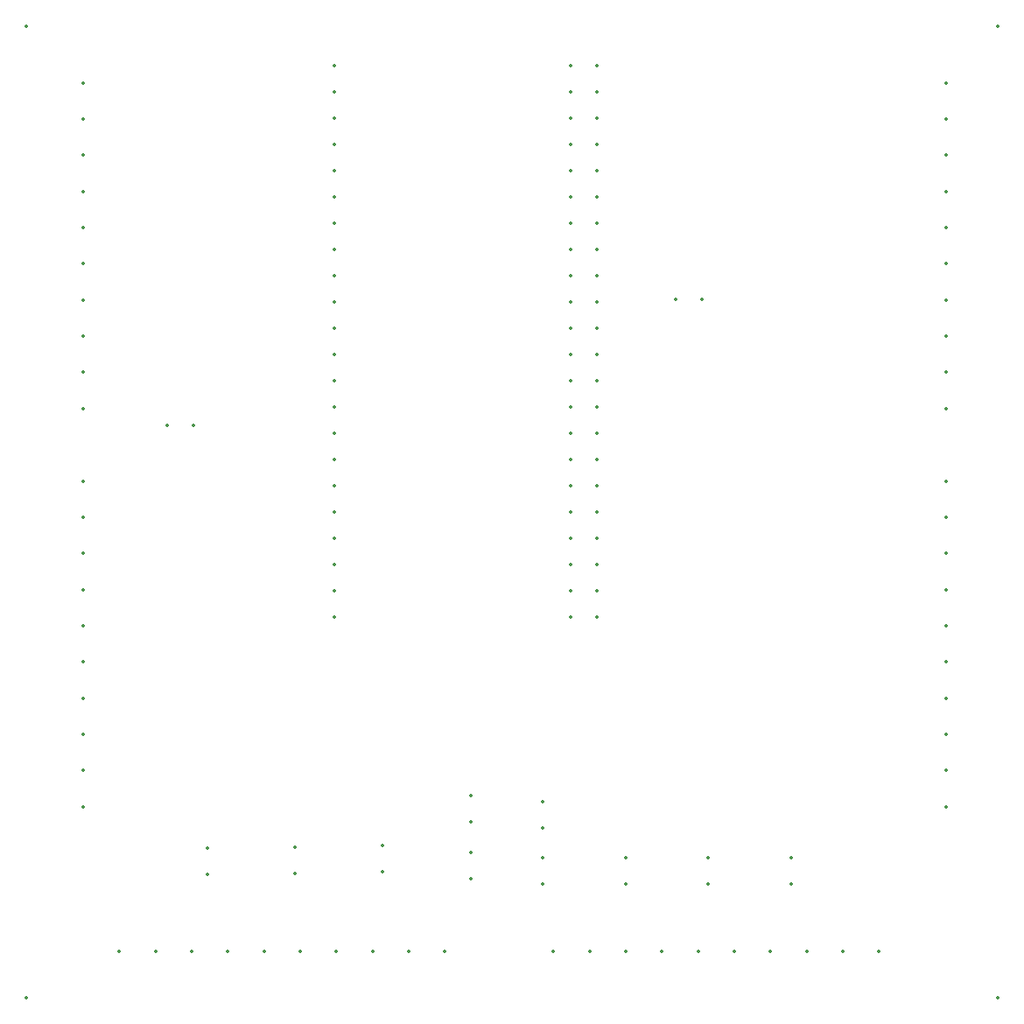
<source format=gbr>
%TF.GenerationSoftware,KiCad,Pcbnew,9.0.3*%
%TF.CreationDate,2025-08-04T15:00:31+02:00*%
%TF.ProjectId,esp-motioncontroller,6573702d-6d6f-4746-996f-6e636f6e7472,1.0.0*%
%TF.SameCoordinates,Original*%
%TF.FileFunction,Paste,Bot*%
%TF.FilePolarity,Positive*%
%FSLAX46Y46*%
G04 Gerber Fmt 4.6, Leading zero omitted, Abs format (unit mm)*
G04 Created by KiCad (PCBNEW 9.0.3) date 2025-08-04 15:00:31*
%MOMM*%
%LPD*%
G01*
G04 APERTURE LIST*
%ADD10C,0.350000*%
G04 APERTURE END LIST*
D10*
X148000000Y-141000000D03*
X112000000Y-127460000D03*
X112000000Y-130000000D03*
X59500000Y-91000000D03*
X59500000Y-94500000D03*
X59500000Y-98000000D03*
X59500000Y-101500000D03*
X59500000Y-105000000D03*
X59500000Y-108500000D03*
X59500000Y-112000000D03*
X59500000Y-115500000D03*
X59500000Y-119000000D03*
X59500000Y-122500000D03*
X119340000Y-73400000D03*
X116800000Y-73400000D03*
X97000000Y-126950000D03*
X97000000Y-129490000D03*
X83820000Y-50800000D03*
X83820000Y-53340000D03*
X83820000Y-55880000D03*
X83820000Y-58420000D03*
X83820000Y-60960000D03*
X83820000Y-63500000D03*
X83820000Y-66040000D03*
X83820000Y-68580000D03*
X83820000Y-71120000D03*
X83820000Y-73660000D03*
X83820000Y-76200000D03*
X83820000Y-78740000D03*
X83820000Y-81280000D03*
X83820000Y-83820000D03*
X83820000Y-86360000D03*
X83820000Y-88900000D03*
X83820000Y-91440000D03*
X83820000Y-93980000D03*
X83820000Y-96520000D03*
X83816320Y-99057280D03*
X83816320Y-101597280D03*
X83816320Y-104137280D03*
X106680000Y-104140000D03*
X109220000Y-104140000D03*
X106680000Y-101600000D03*
X109220000Y-101600000D03*
X106680000Y-99060000D03*
X109220000Y-99060000D03*
X106680000Y-96520000D03*
X109220000Y-96520000D03*
X106680000Y-93980000D03*
X109220000Y-93980000D03*
X106680000Y-91440000D03*
X109220000Y-91440000D03*
X106680000Y-88900000D03*
X109220000Y-88900000D03*
X106680000Y-86360000D03*
X109220000Y-86360000D03*
X106680000Y-83820000D03*
X109220000Y-83820000D03*
X106680000Y-81280000D03*
X109220000Y-81280000D03*
X106680000Y-78740000D03*
X109220000Y-78740000D03*
X106680000Y-76200000D03*
X109220000Y-76200000D03*
X106680000Y-73660000D03*
X109220000Y-73660000D03*
X106680000Y-71120000D03*
X109220000Y-71120000D03*
X106680000Y-68580000D03*
X109220000Y-68580000D03*
X106680000Y-66040000D03*
X109220000Y-66040000D03*
X106680000Y-63500000D03*
X109220000Y-63500000D03*
X106680000Y-60960000D03*
X109220000Y-60960000D03*
X106680000Y-58420000D03*
X109220000Y-58420000D03*
X106680000Y-55880000D03*
X109220000Y-55880000D03*
X106680000Y-53340000D03*
X109220000Y-53340000D03*
X106680000Y-50800000D03*
X109220000Y-50800000D03*
X59500000Y-52500000D03*
X59500000Y-56000000D03*
X59500000Y-59500000D03*
X59500000Y-63000000D03*
X59500000Y-66500000D03*
X59500000Y-70000000D03*
X59500000Y-73500000D03*
X59500000Y-77000000D03*
X59500000Y-80500000D03*
X59500000Y-84000000D03*
X88500000Y-126250000D03*
X88500000Y-128790000D03*
X54000000Y-141000000D03*
X54000000Y-47000000D03*
X70200000Y-85600000D03*
X67660000Y-85600000D03*
X143000000Y-122500000D03*
X143000000Y-119000000D03*
X143000000Y-115500000D03*
X143000000Y-112000000D03*
X143000000Y-108500000D03*
X143000000Y-105000000D03*
X143000000Y-101500000D03*
X143000000Y-98000000D03*
X143000000Y-94500000D03*
X143000000Y-91000000D03*
X104000000Y-122000000D03*
X104000000Y-124540000D03*
X120000000Y-127460000D03*
X120000000Y-130000000D03*
X128000000Y-127460000D03*
X128000000Y-130000000D03*
X148000000Y-47000000D03*
X97000000Y-121460000D03*
X97000000Y-124000000D03*
X63000000Y-136500000D03*
X66500000Y-136500000D03*
X70000000Y-136500000D03*
X73500000Y-136500000D03*
X77000000Y-136500000D03*
X80500000Y-136500000D03*
X84000000Y-136500000D03*
X87500000Y-136500000D03*
X91000000Y-136500000D03*
X94500000Y-136500000D03*
X71500000Y-126500000D03*
X71500000Y-129040000D03*
X105000000Y-136500000D03*
X108500000Y-136500000D03*
X112000000Y-136500000D03*
X115500000Y-136500000D03*
X119000000Y-136500000D03*
X122500000Y-136500000D03*
X126000000Y-136500000D03*
X129500000Y-136500000D03*
X133000000Y-136500000D03*
X136500000Y-136500000D03*
X143000000Y-84000000D03*
X143000000Y-80500000D03*
X143000000Y-77000000D03*
X143000000Y-73500000D03*
X143000000Y-70000000D03*
X143000000Y-66500000D03*
X143000000Y-63000000D03*
X143000000Y-59500000D03*
X143000000Y-56000000D03*
X143000000Y-52500000D03*
X80000000Y-126460000D03*
X80000000Y-129000000D03*
X104000000Y-127460000D03*
X104000000Y-130000000D03*
M02*

</source>
